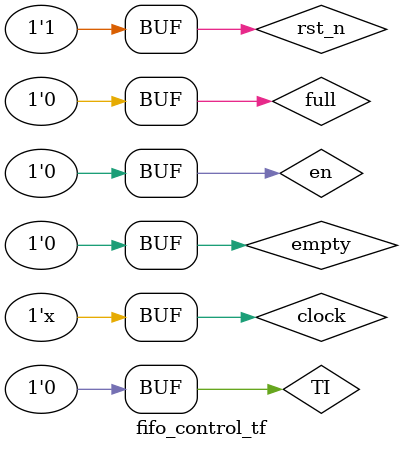
<source format=v>
`timescale 1ns / 1ps


module fifo_control_tf;

	// Inputs
	reg rst_n;
	reg clock;
	reg full;
	reg empty;
	reg en;
	reg TI;

	// Outputs
	wire winc;
	wire rinc;
	wire WR;

	// Instantiate the Unit Under Test (UUT)
	control_fifo uut (
		.rst_n(rst_n), 
		.clock(clock), 
		.full(full), 
		.empty(empty), 
		.winc(winc), 
		.rinc(rinc), 
		.en(en), 
		.WR(WR), 
		.TI(TI)
	);

	initial begin
		// Initialize Inputs
		rst_n = 0;
		clock = 0;
		full = 0;
		empty = 0;
		en = 0;
		TI = 0;

		// Wait 100 ns for global reset to finish
		#100;
		rst_n=1;
       en=0;#104140;  
		 en=0;#104140;  
		 en=0;#104140;  
		en=0;#104140;  
		en=0;#104140;  
		en=0;#104140;
		en=1;#104140;
		en=0;#104140; 
		en=0;#104140;  	
      en=0;#104140;  
		 en=0;#104140;  
		 en=0;#104140;  
		en=0;#104140;  
		en=0;#104140;  
		en=0;#104140;
		en=1;#104140;
		en=0;#104140; 
		en=0;#104140;
en=0;#104140;  
		 en=0;#104140;  
		 en=0;#104140;  
		en=0;#104140;  
		en=0;#104140;  
		en=0;#104140;
		en=1;#104140;
		en=0;#104140; 
		en=0;#104140;
en=0;#104140;  
		 en=0;#104140;  
		 en=0;#104140;  
		en=0;#104140;  
		en=0;#104140;  
		en=0;#104140;
		en=1;#104140;
		en=0;#104140; 
		en=0;#104140;
en=0;#104140;  
		 en=0;#104140;  
		 en=0;#104140;  
		en=0;#104140;  
		en=0;#104140;  
		en=0;#104140;
		en=1;#104140;
		en=0;#104140; 
		en=0;#104140;
en=0;#104140;  
		 en=0;#104140;  
		 en=0;#104140;  
		en=0;#104140;  
		en=0;#104140;  
		en=0;#104140;
		en=1;#104140;
		en=0;#104140; 
		en=0;#104140;		
	end
       always #10 clock=~clock;  
endmodule


</source>
